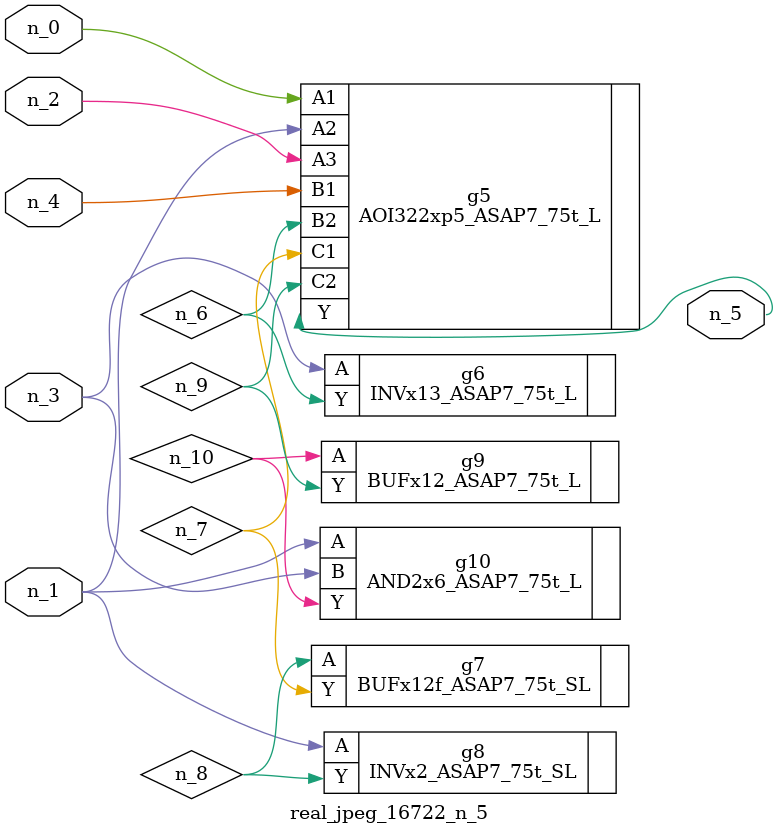
<source format=v>
module real_jpeg_16722_n_5 (n_4, n_0, n_1, n_2, n_3, n_5);

input n_4;
input n_0;
input n_1;
input n_2;
input n_3;

output n_5;

wire n_8;
wire n_6;
wire n_7;
wire n_10;
wire n_9;

AOI322xp5_ASAP7_75t_L g5 ( 
.A1(n_0),
.A2(n_1),
.A3(n_2),
.B1(n_4),
.B2(n_6),
.C1(n_7),
.C2(n_9),
.Y(n_5)
);

INVx2_ASAP7_75t_SL g8 ( 
.A(n_1),
.Y(n_8)
);

AND2x6_ASAP7_75t_L g10 ( 
.A(n_1),
.B(n_3),
.Y(n_10)
);

INVx13_ASAP7_75t_L g6 ( 
.A(n_3),
.Y(n_6)
);

BUFx12f_ASAP7_75t_SL g7 ( 
.A(n_8),
.Y(n_7)
);

BUFx12_ASAP7_75t_L g9 ( 
.A(n_10),
.Y(n_9)
);


endmodule
</source>
